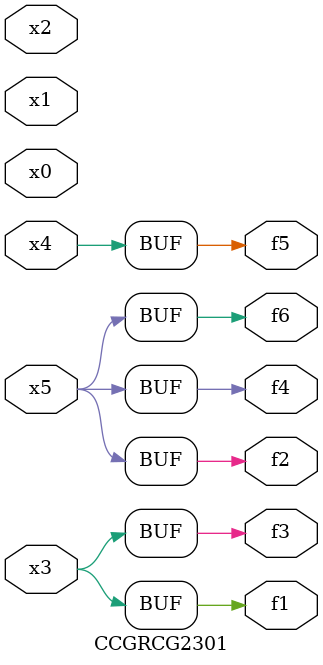
<source format=v>
module CCGRCG2301(
	input x0, x1, x2, x3, x4, x5,
	output f1, f2, f3, f4, f5, f6
);
	assign f1 = x3;
	assign f2 = x5;
	assign f3 = x3;
	assign f4 = x5;
	assign f5 = x4;
	assign f6 = x5;
endmodule

</source>
